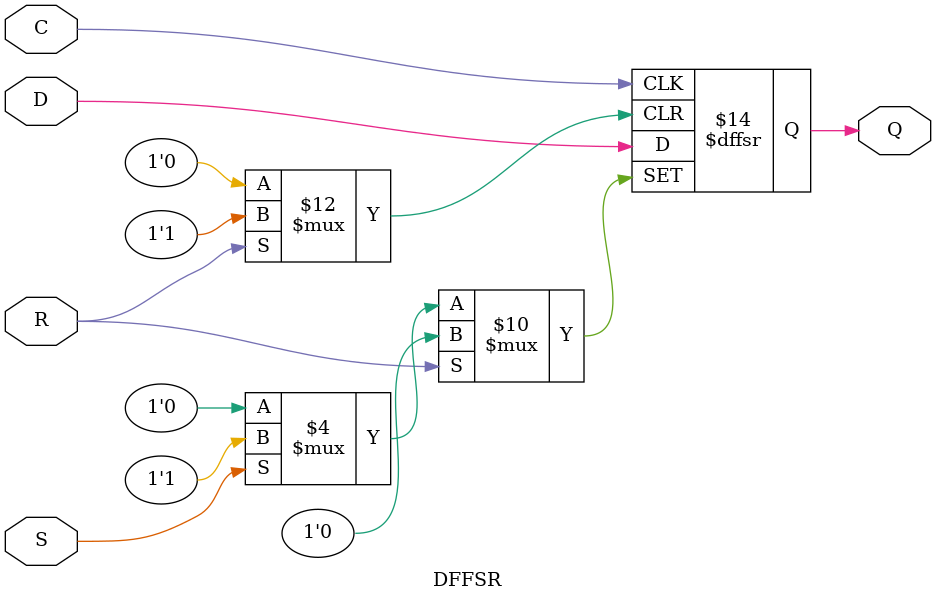
<source format=v>

`ifndef CMOS_CELLS
`define CMOS_CELLS


// BUF = buffer
// Is a single-input single-output gate,
// similar to NOT, that copies its input
// value to its output. In diagram
// gate has the following shape -[>-
module BUF(A, Y);
input A;
output Y;
assign Y = A;
endmodule

// Not gate or inversor
// Is a single-input single-output gate,
// opies its input value to its output with
// inversor. Shape -[>o-
module NOT(A, Y);
input A;
output Y;
assign Y = ~A;
endmodule

// Not and = NAND
// NAND is the result of the negation
// of the AND operator. Where or means
// if two of the two inputs are HIGH
// output HIGH.
module NAND(A, B, Y);
input A, B;
output Y;
assign Y = ~(A & B);
endmodule

// Not or = NOR
// NOR is the result of the negation
// of the OR operator. Where or means
// if one of the two inputs is HIGH
// output HIGH.
module NOR(A, B, Y);
input A, B;
output Y;
assign Y = ~(A | B);
endmodule


// DFF =  D-type flip-flop = Data type flip-flop
// Flip Flop is a two-state (bi-stable) device, which serves as
// basic memory for sequential logic operations.
module DFF(C, D, Q);
input C, D;
output reg Q;
always @(posedge C)
	Q <= #6 D;
endmodule


// DFFSR =  D-type flip-flop set reset = Data type flip-flop set reset
// Flip Flop is a two-state (bi-stable) device, which serves as
// basic memory for sequential logic operations. Whit set reset
module DFFSR(C, D, Q, S, R);
input C, D, S, R;
output reg Q;
always @(posedge C, posedge S, posedge R)
	if (S)
		Q <= 1'b1;
	else if (R)
		Q <= 1'b0;
	else
		Q <= D;
endmodule
`endif

</source>
